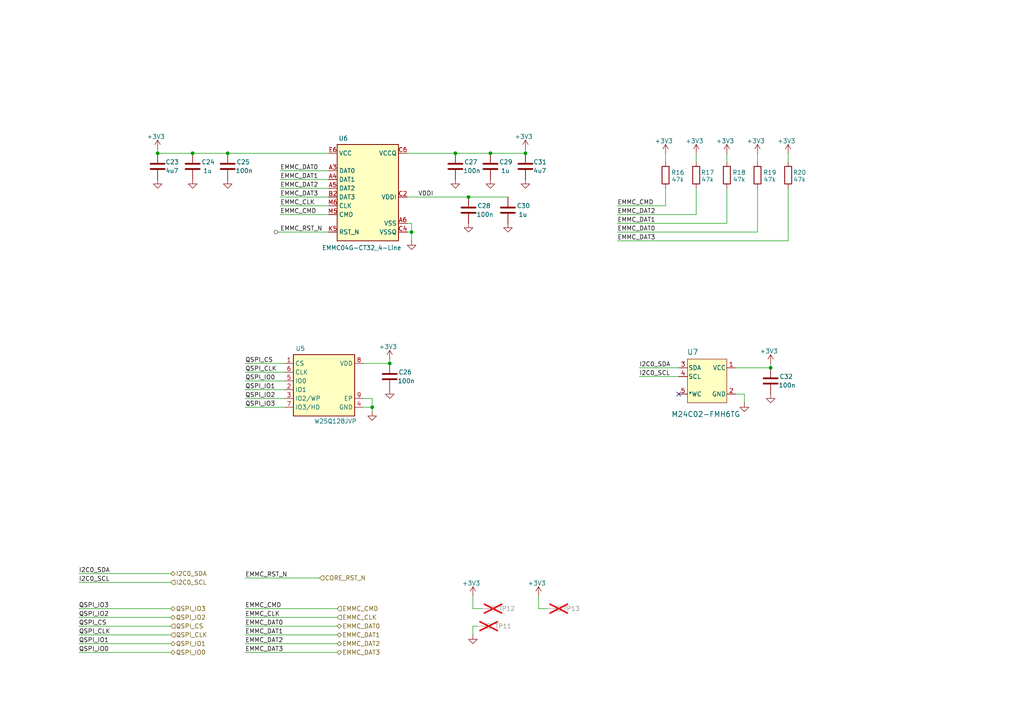
<source format=kicad_sch>
(kicad_sch (version 20250114) (generator "eeschema") (generator_version "9.0")
  (paper "A4")
  (lib_symbols
    (symbol "ADA_lib:M24C02-FMH6TG" (pin_names (offset 0.254))
      (property "Reference" "U" (at -3.81 8.89 0))
      (property "Value" "M24C02-FMH6TG" (at 0.762 -6.604 0))
      (symbol "M24C02-FMH6TG_0_1"
        (pin bidirectional line (at -7.62 5.08 0) (length 2.54) (name "SDA") (number "3"))
        (pin input line (at -7.62 2.54 0) (length 2.54) (name "SCL") (number "4"))
        (pin input line (at -7.62 -2.54 0) (length 2.54) (name "*WC") (number "5"))
        (pin power_in line (at 8.89 5.08 180) (length 2.54) (name "VCC") (number "1"))
      )
      (symbol "M24C02-FMH6TG_1_1"
        (rectangle (start -5.08 7.62) (end 6.35 -5.08) (fill (type background)))
        (pin power_out line (at 8.89 -2.54 180) (length 2.54) (name "GND") (number "2"))
      )
    )
    (symbol "ADA_lib:W25Q128JVP"
      (property "Reference" "U3" (at -7.112 11.43 0))
      (property "Value" "W25Q128JVP" (at -2.032 -9.398 0))
      (symbol "W25Q128JVP_0_1"
        (rectangle (start -7.62 10.16) (end 10.16 -7.62) (stroke (width 0.254)) (fill (type background)))
      )
      (symbol "W25Q128JVP_1_1"
        (pin input line (at -10.16 7.62 0) (length 2.54) (name "CS") (number "1"))
        (pin input line (at -10.16 5.08 0) (length 2.54) (name "CLK") (number "6"))
        (pin bidirectional line (at -10.16 2.54 0) (length 2.54) (name "IO0") (number "5"))
        (pin bidirectional line (at -10.16 0 0) (length 2.54) (name "IO1") (number "2"))
        (pin bidirectional line (at -10.16 -2.54 0) (length 2.54) (name "IO2/WP") (number "3"))
        (pin bidirectional line (at -10.16 -5.08 0) (length 2.54) (name "IO3/HD") (number "7"))
        (pin power_in line (at 12.7 7.62 180) (length 2.54) (name "VDD") (number "8"))
        (pin passive line (at 12.7 -2.54 180) (length 2.54) (name "EP") (number "9"))
        (pin power_in line (at 12.7 -5.08 180) (length 2.54) (name "GND") (number "4"))
      )
    )
    (symbol "Device:C" (pin_numbers (hide yes)) (pin_names (offset 0.254))
      (property "Reference" "C" (at 0.635 2.54 0))
      (property "Value" "C" (at 0.635 -2.54 0))
      (symbol "C_0_1"
        (polyline (pts (xy -2.032 0.762) (xy 2.032 0.762)) (stroke (width 0.508)))
        (polyline (pts (xy -2.032 -0.762) (xy 2.032 -0.762)) (stroke (width 0.508)))
      )
      (symbol "C_1_1"
        (pin passive line (at 0 3.81 270) (length 2.794) (name "~") (number "1"))
        (pin passive line (at 0 -3.81 90) (length 2.794) (name "~") (number "2"))
      )
    )
    (symbol "Device:R" (pin_numbers (hide yes)) (pin_names (offset 0))
      (property "Reference" "R" (at 2.032 0 90))
      (property "Value" "R" (at 0 0 90))
      (symbol "R_0_1"
        (rectangle (start -1.016 -2.54) (end 1.016 2.54) (stroke (width 0.254)))
      )
      (symbol "R_1_1"
        (pin passive line (at 0 3.81 270) (length 1.27) (name "~") (number "1"))
        (pin passive line (at 0 -3.81 90) (length 1.27) (name "~") (number "2"))
      )
    )
    (symbol "ModLib:+3V3" (power) (pin_numbers (hide yes)) (pin_names (offset 0) (hide yes))
      (property "Value" "+3V3" (at -0.508 3.556 0))
      (symbol "+3V3_0_1"
        (polyline (pts (xy -0.762 1.27) (xy 0 2.54)))
        (polyline (pts (xy 0 2.54) (xy 0.762 1.27)))
        (polyline (pts (xy 0 0) (xy 0 2.54)))
      )
      (symbol "+3V3_1_1"
        (pin power_in line (at 0 0 90) (length 0) (name "~") (number "1"))
      )
    )
    (symbol "ModLib:GND" (power) (pin_numbers (hide yes)) (pin_names (offset 0) (hide yes))
      (symbol "GND_0_1"
        (polyline (pts (xy 0 0) (xy 0 -1.27) (xy 1.27 -1.27) (xy 0 -2.54) (xy -1.27 -1.27) (xy 0 -1.27)))
      )
      (symbol "GND_1_1"
        (pin power_in line (at 0 0 270) (length 0) (name "~") (number "1"))
      )
    )
    (symbol "ModWorksSymbols:EMMC04G-CT32_4-Line"
      (property "Reference" "U" (at -7.874 16.002 0))
      (property "Value" "EMMC04G-CT32_4-Line" (at -10.414 -15.494 0))
      (symbol "EMMC04G-CT32_4-Line_1_0"
        (pin passive line (at -11.43 11.43 0) (length 2.54) (hide yes) (name "VCC") (number "F5"))
        (pin passive line (at -11.43 11.43 0) (length 2.54) (hide yes) (name "VCC") (number "J10"))
        (pin passive line (at -11.43 11.43 0) (length 2.54) (hide yes) (name "VCC") (number "K9"))
        (pin passive line (at 11.43 11.43 180) (length 2.54) (hide yes) (name "VCCQ") (number "M4"))
        (pin passive line (at 11.43 11.43 180) (length 2.54) (hide yes) (name "VCCQ") (number "N4"))
        (pin passive line (at 11.43 11.43 180) (length 2.54) (hide yes) (name "VCCQ") (number "P3"))
        (pin passive line (at 11.43 11.43 180) (length 2.54) (hide yes) (name "VCCQ") (number "P5"))
        (pin no_connect line (at 11.43 5.08 180) (length 2.54) (hide yes) (name "NC") (number "A7"))
        (pin passive line (at 11.43 -8.89 180) (length 2.54) (name "VSS") (number "A6"))
        (pin passive line (at 11.43 -8.89 180) (length 2.54) (hide yes) (name "VSS") (number "E7"))
        (pin passive line (at 11.43 -8.89 180) (length 2.54) (hide yes) (name "VSS") (number "G5"))
        (pin passive line (at 11.43 -8.89 180) (length 2.54) (hide yes) (name "VSS") (number "H10"))
        (pin passive line (at 11.43 -8.89 180) (length 2.54) (hide yes) (name "VSS") (number "J5"))
        (pin passive line (at 11.43 -8.89 180) (length 2.54) (hide yes) (name "VSS") (number "K8"))
        (pin passive line (at 11.43 -11.43 180) (length 2.54) (hide yes) (name "VSSQ") (number "N2"))
        (pin passive line (at 11.43 -11.43 180) (length 2.54) (hide yes) (name "VSSQ") (number "N5"))
        (pin passive line (at 11.43 -11.43 180) (length 2.54) (hide yes) (name "VSSQ") (number "P4"))
        (pin passive line (at 11.43 -11.43 180) (length 2.54) (hide yes) (name "VSSQ") (number "P6"))
      )
      (symbol "EMMC04G-CT32_4-Line_1_1"
        (rectangle (start -8.89 13.97) (end 8.89 -13.97) (stroke (width 0.254)) (fill (type background)))
        (pin passive line (at -11.43 11.43 0) (length 2.54) (name "VCC") (number "E6"))
        (pin passive line (at -11.43 6.35 0) (length 2.54) (name "DAT0") (number "A3"))
        (pin passive line (at -11.43 3.81 0) (length 2.54) (name "DAT1") (number "A4"))
        (pin passive line (at -11.43 1.27 0) (length 2.54) (name "DAT2") (number "A5"))
        (pin passive line (at -11.43 -1.27 0) (length 2.54) (name "DAT3") (number "B2"))
        (pin passive line (at -11.43 -3.81 0) (length 2.54) (name "CLK") (number "M6"))
        (pin passive line (at -11.43 -6.35 0) (length 2.54) (name "CMD") (number "M5"))
        (pin passive line (at -11.43 -11.43 0) (length 2.54) (name "RST_N") (number "K5"))
        (pin passive line (at 11.43 11.43 180) (length 2.54) (name "VCCQ") (number "C6"))
        (pin no_connect line (at 11.43 5.08 180) (length 2.54) (hide yes) (name "NC") (number "A10"))
        (pin no_connect line (at 11.43 5.08 180) (length 2.54) (hide yes) (name "NC") (number "A11"))
        (pin no_connect line (at 11.43 5.08 180) (length 2.54) (hide yes) (name "NC") (number "A12"))
        (pin no_connect line (at 11.43 5.08 180) (length 2.54) (hide yes) (name "NC") (number "A13"))
        (pin no_connect line (at 11.43 5.08 180) (length 2.54) (hide yes) (name "NC") (number "A14"))
        (pin no_connect line (at 11.43 5.08 180) (length 2.54) (hide yes) (name "NC") (number "A9"))
        (pin no_connect line (at 11.43 5.08 180) (length 2.54) (hide yes) (name "NC") (number "B10"))
        (pin no_connect line (at 11.43 5.08 180) (length 2.54) (hide yes) (name "NC") (number "B11"))
        (pin no_connect line (at 11.43 5.08 180) (length 2.54) (hide yes) (name "NC") (number "B12"))
        (pin no_connect line (at 11.43 5.08 180) (length 2.54) (hide yes) (name "NC") (number "B13"))
        (pin no_connect line (at 11.43 5.08 180) (length 2.54) (hide yes) (name "NC") (number "B14"))
        (pin no_connect line (at 11.43 5.08 180) (length 2.54) (hide yes) (name "NC") (number "B3"))
        (pin no_connect line (at 11.43 5.08 180) (length 2.54) (hide yes) (name "NC") (number "B4"))
        (pin no_connect line (at 11.43 5.08 180) (length 2.54) (hide yes) (name "NC") (number "B5"))
        (pin no_connect line (at 11.43 5.08 180) (length 2.54) (hide yes) (name "NC") (number "B6"))
        (pin no_connect line (at 11.43 5.08 180) (length 2.54) (hide yes) (name "NC") (number "B8"))
        (pin no_connect line (at 11.43 5.08 180) (length 2.54) (hide yes) (name "NC") (number "B9"))
        (pin no_connect line (at 11.43 5.08 180) (length 2.54) (hide yes) (name "NC") (number "C10"))
        (pin no_connect line (at 11.43 5.08 180) (length 2.54) (hide yes) (name "NC") (number "C11"))
        (pin no_connect line (at 11.43 5.08 180) (length 2.54) (hide yes) (name "NC") (number "C12"))
        (pin no_connect line (at 11.43 5.08 180) (length 2.54) (hide yes) (name "NC") (number "C13"))
        (pin no_connect line (at 11.43 5.08 180) (length 2.54) (hide yes) (name "NC") (number "C14"))
        (pin no_connect line (at 11.43 5.08 180) (length 2.54) (hide yes) (name "NC") (number "C3"))
        (pin no_connect line (at 11.43 5.08 180) (length 2.54) (hide yes) (name "NC") (number "C5"))
        (pin no_connect line (at 11.43 5.08 180) (length 2.54) (hide yes) (name "NC") (number "C7"))
        (pin no_connect line (at 11.43 5.08 180) (length 2.54) (hide yes) (name "NC") (number "C8"))
        (pin no_connect line (at 11.43 5.08 180) (length 2.54) (hide yes) (name "NC") (number "C9"))
        (pin no_connect line (at 11.43 5.08 180) (length 2.54) (hide yes) (name "NC") (number "D1"))
        (pin no_connect line (at 11.43 5.08 180) (length 2.54) (hide yes) (name "NC") (number "D12"))
        (pin no_connect line (at 11.43 5.08 180) (length 2.54) (hide yes) (name "NC") (number "D13"))
        (pin no_connect line (at 11.43 5.08 180) (length 2.54) (hide yes) (name "NC") (number "D14"))
        (pin no_connect line (at 11.43 5.08 180) (length 2.54) (hide yes) (name "NC") (number "D2"))
        (pin no_connect line (at 11.43 5.08 180) (length 2.54) (hide yes) (name "NC") (number "D3"))
        (pin no_connect line (at 11.43 5.08 180) (length 2.54) (hide yes) (name "NC") (number "D4"))
        (pin no_connect line (at 11.43 5.08 180) (length 2.54) (hide yes) (name "NC") (number "E1"))
        (pin no_connect line (at 11.43 5.08 180) (length 2.54) (hide yes) (name "NC") (number "E10"))
        (pin no_connect line (at 11.43 5.08 180) (length 2.54) (hide yes) (name "NC") (number "E12"))
        (pin no_connect line (at 11.43 5.08 180) (length 2.54) (hide yes) (name "NC") (number "E13"))
        (pin no_connect line (at 11.43 5.08 180) (length 2.54) (hide yes) (name "NC") (number "E14"))
        (pin no_connect line (at 11.43 5.08 180) (length 2.54) (hide yes) (name "NC") (number "E2"))
        (pin no_connect line (at 11.43 5.08 180) (length 2.54) (hide yes) (name "NC") (number "E3"))
        (pin no_connect line (at 11.43 5.08 180) (length 2.54) (hide yes) (name "NC") (number "E5"))
        (pin no_connect line (at 11.43 5.08 180) (length 2.54) (hide yes) (name "NC") (number "E8"))
        (pin no_connect line (at 11.43 5.08 180) (length 2.54) (hide yes) (name "NC") (number "E9"))
        (pin no_connect line (at 11.43 5.08 180) (length 2.54) (hide yes) (name "NC") (number "F1"))
        (pin no_connect line (at 11.43 5.08 180) (length 2.54) (hide yes) (name "NC") (number "F10"))
        (pin no_connect line (at 11.43 5.08 180) (length 2.54) (hide yes) (name "NC") (number "F12"))
        (pin no_connect line (at 11.43 5.08 180) (length 2.54) (hide yes) (name "NC") (number "F13"))
        (pin no_connect line (at 11.43 5.08 180) (length 2.54) (hide yes) (name "NC") (number "F14"))
        (pin no_connect line (at 11.43 5.08 180) (length 2.54) (hide yes) (name "NC") (number "F2"))
        (pin no_connect line (at 11.43 5.08 180) (length 2.54) (hide yes) (name "NC") (number "F3"))
        (pin no_connect line (at 11.43 5.08 180) (length 2.54) (hide yes) (name "NC") (number "G1"))
        (pin no_connect line (at 11.43 5.08 180) (length 2.54) (hide yes) (name "NC") (number "G10"))
        (pin no_connect line (at 11.43 5.08 180) (length 2.54) (hide yes) (name "NC") (number "G12"))
        (pin no_connect line (at 11.43 5.08 180) (length 2.54) (hide yes) (name "NC") (number "G13"))
        (pin no_connect line (at 11.43 5.08 180) (length 2.54) (hide yes) (name "NC") (number "G14"))
        (pin no_connect line (at 11.43 5.08 180) (length 2.54) (hide yes) (name "NC") (number "G2"))
        (pin no_connect line (at 11.43 5.08 180) (length 2.54) (hide yes) (name "NC") (number "G3"))
        (pin no_connect line (at 11.43 5.08 180) (length 2.54) (hide yes) (name "NC") (number "H1"))
        (pin no_connect line (at 11.43 5.08 180) (length 2.54) (hide yes) (name "NC") (number "H12"))
        (pin no_connect line (at 11.43 5.08 180) (length 2.54) (hide yes) (name "NC") (number "H13"))
        (pin no_connect line (at 11.43 5.08 180) (length 2.54) (hide yes) (name "NC") (number "H14"))
        (pin no_connect line (at 11.43 5.08 180) (length 2.54) (hide yes) (name "NC") (number "H2"))
        (pin no_connect line (at 11.43 5.08 180) (length 2.54) (hide yes) (name "NC") (number "H3"))
        (pin no_connect line (at 11.43 5.08 180) (length 2.54) (hide yes) (name "NC") (number "H5"))
        (pin no_connect line (at 11.43 5.08 180) (length 2.54) (hide yes) (name "NC") (number "J12"))
        (pin no_connect line (at 11.43 5.08 180) (length 2.54) (hide yes) (name "NC") (number "J13"))
        (pin no_connect line (at 11.43 5.08 180) (length 2.54) (hide yes) (name "NC") (number "J14"))
        (pin no_connect line (at 11.43 5.08 180) (length 2.54) (hide yes) (name "NC") (number "K10"))
        (pin no_connect line (at 11.43 5.08 180) (length 2.54) (hide yes) (name "NC") (number "K12"))
        (pin no_connect line (at 11.43 5.08 180) (length 2.54) (hide yes) (name "NC") (number "K13"))
        (pin no_connect line (at 11.43 5.08 180) (length 2.54) (hide yes) (name "NC") (number "K14"))
        (pin no_connect line (at 11.43 5.08 180) (length 2.54) (hide yes) (name "NC") (number "K6"))
        (pin no_connect line (at 11.43 5.08 180) (length 2.54) (hide yes) (name "NC") (number "K7"))
        (pin no_connect line (at 11.43 5.08 180) (length 2.54) (hide yes) (name "NC") (number "L12"))
        (pin no_connect line (at 11.43 5.08 180) (length 2.54) (hide yes) (name "NC") (number "L13"))
        (pin no_connect line (at 11.43 5.08 180) (length 2.54) (hide yes) (name "NC") (number "L14"))
        (pin no_connect line (at 11.43 5.08 180) (length 2.54) (hide yes) (name "NC") (number "M1"))
        (pin no_connect line (at 11.43 5.08 180) (length 2.54) (hide yes) (name "NC") (number "M10"))
        (pin no_connect line (at 11.43 5.08 180) (length 2.54) (hide yes) (name "NC") (number "M11"))
        (pin no_connect line (at 11.43 5.08 180) (length 2.54) (hide yes) (name "NC") (number "M12"))
        (pin no_connect line (at 11.43 5.08 180) (length 2.54) (hide yes) (name "NC") (number "M13"))
        (pin no_connect line (at 11.43 5.08 180) (length 2.54) (hide yes) (name "NC") (number "M14"))
        (pin no_connect line (at 11.43 5.08 180) (length 2.54) (hide yes) (name "NC") (number "M2"))
        (pin no_connect line (at 11.43 5.08 180) (length 2.54) (hide yes) (name "NC") (number "M3"))
        (pin no_connect line (at 11.43 5.08 180) (length 2.54) (hide yes) (name "NC") (number "M7"))
        (pin no_connect line (at 11.43 5.08 180) (length 2.54) (hide yes) (name "NC") (number "M8"))
        (pin no_connect line (at 11.43 5.08 180) (length 2.54) (hide yes) (name "NC") (number "M9"))
        (pin no_connect line (at 11.43 5.08 180) (length 2.54) (hide yes) (name "NC") (number "N1"))
        (pin no_connect line (at 11.43 5.08 180) (length 2.54) (hide yes) (name "NC") (number "N10"))
        (pin no_connect line (at 11.43 5.08 180) (length 2.54) (hide yes) (name "NC") (number "N11"))
        (pin no_connect line (at 11.43 5.08 180) (length 2.54) (hide yes) (name "NC") (number "N12"))
        (pin no_connect line (at 11.43 5.08 180) (length 2.54) (hide yes) (name "NC") (number "N13"))
        (pin no_connect line (at 11.43 5.08 180) (length 2.54) (hide yes) (name "NC") (number "N14"))
        (pin no_connect line (at 11.43 5.08 180) (length 2.54) (hide yes) (name "NC") (number "N3"))
        (pin no_connect line (at 11.43 5.08 180) (length 2.54) (hide yes) (name "NC") (number "N6"))
        (pin no_connect line (at 11.43 5.08 180) (length 2.54) (hide yes) (name "NC") (number "N7"))
        (pin no_connect line (at 11.43 5.08 180) (length 2.54) (hide yes) (name "NC") (number "N8"))
        (pin no_connect line (at 11.43 5.08 180) (length 2.54) (hide yes) (name "NC") (number "N9"))
        (pin no_connect line (at 11.43 5.08 180) (length 2.54) (hide yes) (name "NC") (number "P10"))
        (pin no_connect line (at 11.43 5.08 180) (length 2.54) (hide yes) (name "NC") (number "P11"))
        (pin no_connect line (at 11.43 5.08 180) (length 2.54) (hide yes) (name "NC") (number "P12"))
        (pin no_connect line (at 11.43 5.08 180) (length 2.54) (hide yes) (name "NC") (number "P13"))
        (pin no_connect line (at 11.43 5.08 180) (length 2.54) (hide yes) (name "NC") (number "P14"))
        (pin no_connect line (at 11.43 5.08 180) (length 2.54) (hide yes) (name "NC") (number "P2"))
        (pin no_connect line (at 11.43 5.08 180) (length 2.54) (hide yes) (name "NC") (number "P7"))
        (pin no_connect line (at 11.43 5.08 180) (length 2.54) (hide yes) (name "NC") (number "P8"))
        (pin no_connect line (at 11.43 5.08 180) (length 2.54) (hide yes) (name "NC") (number "P9"))
        (pin passive line (at 11.43 -1.27 180) (length 2.54) (name "VDDI") (number "C2"))
        (pin passive line (at 11.43 -11.43 180) (length 2.54) (name "VSSQ") (number "C4"))
      )
    )
    (symbol "ModWorksSymbols:TestPointPad" (pin_numbers (hide yes)) (pin_names (offset 0.762) (hide yes))
      (property "Reference" "TP" (at 0 6.858 0))
      (property "Value" "TestPointPad" (at 0 5.08 0))
      (symbol "TestPointPad_0_1"
        (circle (center 0 3.302) (radius 0.762))
      )
      (symbol "TestPointPad_1_1"
        (pin passive line (at 0 0 90) (length 2.54) (name "1") (number "1"))
      )
    )
  )
  (junction (at 132.08 44.45))
  (junction (at 113.03 105.41))
  (junction (at 66.04 44.45))
  (junction (at 135.89 57.15))
  (junction (at 152.4 44.45))
  (junction (at 45.72 44.45))
  (junction (at 223.52 106.68))
  (junction (at 107.95 118.11))
  (junction (at 55.88 44.45))
  (junction (at 142.24 44.45))
  (junction (at 119.38 67.31))
  (no_connect (at 196.85 114.3))
  (wire (pts (xy 215.9 114.3) (xy 215.9 116.84)))
  (wire (pts (xy 152.4 44.45) (xy 142.24 44.45)))
  (wire (pts (xy 119.38 69.85) (xy 119.38 67.31)))
  (wire (pts (xy 137.16 181.61) (xy 138.43 181.61)))
  (wire (pts (xy 219.71 44.45) (xy 219.71 46.99)))
  (wire (pts (xy 152.4 43.18) (xy 152.4 44.45)))
  (wire (pts (xy 107.95 118.11) (xy 107.95 119.38)))
  (wire (pts (xy 179.07 62.23) (xy 201.93 62.23)))
  (wire (pts (xy 113.03 104.14) (xy 113.03 105.41)))
  (wire (pts (xy 118.11 44.45) (xy 132.08 44.45)))
  (wire (pts (xy 66.04 44.45) (xy 95.25 44.45)))
  (wire (pts (xy 213.36 114.3) (xy 215.9 114.3)))
  (wire (pts (xy 45.72 43.18) (xy 45.72 44.45)))
  (wire (pts (xy 137.16 172.72) (xy 137.16 176.53)))
  (wire (pts (xy 49.53 166.37) (xy 22.86 166.37)))
  (wire (pts (xy 81.28 49.53) (xy 95.25 49.53)))
  (wire (pts (xy 81.28 62.23) (xy 95.25 62.23)))
  (wire (pts (xy 119.38 64.77) (xy 119.38 67.31)))
  (wire (pts (xy 49.53 189.23) (xy 22.86 189.23)))
  (wire (pts (xy 193.04 44.45) (xy 193.04 46.99)))
  (wire (pts (xy 97.79 179.07) (xy 71.12 179.07)))
  (wire (pts (xy 49.53 186.69) (xy 22.86 186.69)))
  (wire (pts (xy 179.07 59.69) (xy 193.04 59.69)))
  (wire (pts (xy 71.12 105.41) (xy 82.55 105.41)))
  (wire (pts (xy 97.79 186.69) (xy 71.12 186.69)))
  (wire (pts (xy 201.93 54.61) (xy 201.93 62.23)))
  (wire (pts (xy 81.28 59.69) (xy 95.25 59.69)))
  (wire (pts (xy 97.79 189.23) (xy 71.12 189.23)))
  (wire (pts (xy 193.04 59.69) (xy 193.04 54.61)))
  (wire (pts (xy 179.07 64.77) (xy 210.82 64.77)))
  (wire (pts (xy 71.12 118.11) (xy 82.55 118.11)))
  (wire (pts (xy 49.53 168.91) (xy 22.86 168.91)))
  (wire (pts (xy 97.79 184.15) (xy 71.12 184.15)))
  (wire (pts (xy 228.6 54.61) (xy 228.6 69.85)))
  (wire (pts (xy 156.21 176.53) (xy 158.75 176.53)))
  (wire (pts (xy 71.12 113.03) (xy 82.55 113.03)))
  (wire (pts (xy 213.36 106.68) (xy 223.52 106.68)))
  (wire (pts (xy 81.28 54.61) (xy 95.25 54.61)))
  (wire (pts (xy 179.07 67.31) (xy 219.71 67.31)))
  (wire (pts (xy 107.95 115.57) (xy 107.95 118.11)))
  (wire (pts (xy 55.88 44.45) (xy 66.04 44.45)))
  (wire (pts (xy 97.79 176.53) (xy 71.12 176.53)))
  (wire (pts (xy 201.93 44.45) (xy 201.93 46.99)))
  (wire (pts (xy 137.16 176.53) (xy 139.7 176.53)))
  (wire (pts (xy 210.82 44.45) (xy 210.82 46.99)))
  (wire (pts (xy 105.41 115.57) (xy 107.95 115.57)))
  (wire (pts (xy 49.53 176.53) (xy 22.86 176.53)))
  (wire (pts (xy 49.53 179.07) (xy 22.86 179.07)))
  (wire (pts (xy 71.12 110.49) (xy 82.55 110.49)))
  (wire (pts (xy 97.79 181.61) (xy 71.12 181.61)))
  (wire (pts (xy 81.28 52.07) (xy 95.25 52.07)))
  (wire (pts (xy 118.11 57.15) (xy 135.89 57.15)))
  (wire (pts (xy 45.72 44.45) (xy 55.88 44.45)))
  (wire (pts (xy 119.38 67.31) (xy 118.11 67.31)))
  (wire (pts (xy 71.12 167.64) (xy 92.71 167.64)))
  (wire (pts (xy 118.11 64.77) (xy 119.38 64.77)))
  (wire (pts (xy 223.52 105.41) (xy 223.52 106.68)))
  (wire (pts (xy 219.71 54.61) (xy 219.71 67.31)))
  (wire (pts (xy 156.21 172.72) (xy 156.21 176.53)))
  (wire (pts (xy 210.82 54.61) (xy 210.82 64.77)))
  (wire (pts (xy 137.16 184.15) (xy 137.16 181.61)))
  (wire (pts (xy 228.6 44.45) (xy 228.6 46.99)))
  (wire (pts (xy 185.42 106.68) (xy 196.85 106.68)))
  (wire (pts (xy 81.28 57.15) (xy 95.25 57.15)))
  (wire (pts (xy 105.41 118.11) (xy 107.95 118.11)))
  (wire (pts (xy 179.07 69.85) (xy 228.6 69.85)))
  (wire (pts (xy 71.12 107.95) (xy 82.55 107.95)))
  (wire (pts (xy 113.03 105.41) (xy 105.41 105.41)))
  (wire (pts (xy 49.53 184.15) (xy 22.86 184.15)))
  (wire (pts (xy 49.53 181.61) (xy 22.86 181.61)))
  (wire (pts (xy 142.24 44.45) (xy 132.08 44.45)))
  (wire (pts (xy 135.89 57.15) (xy 147.32 57.15)))
  (wire (pts (xy 95.25 67.31) (xy 81.28 67.31)))
  (wire (pts (xy 185.42 109.22) (xy 196.85 109.22)))
  (wire (pts (xy 71.12 115.57) (xy 82.55 115.57)))
  (label "I2C0_SDA" (at 185.42 106.68 0))
  (label "EMMC_CLK" (at 71.12 179.07 0))
  (label "I2C0_SCL" (at 22.86 168.91 0))
  (label "EMMC_RST_N" (at 71.12 167.64 0))
  (label "EMMC_CLK" (at 81.28 59.69 0))
  (label "I2C0_SCL" (at 185.42 109.22 0))
  (label "QSPI_IO3" (at 71.12 118.11 0))
  (label "QSPI_IO0" (at 71.12 110.49 0))
  (label "I2C0_SDA" (at 22.86 166.37 0))
  (label "VDDI" (at 125.73 57.15 180))
  (label "QSPI_IO3" (at 22.86 176.53 0))
  (label "EMMC_DAT1" (at 71.12 184.15 0))
  (label "EMMC_DAT3" (at 81.28 57.15 0))
  (label "QSPI_CS" (at 71.12 105.41 0))
  (label "EMMC_DAT3" (at 71.12 189.23 0))
  (label "EMMC_DAT0" (at 71.12 181.61 0))
  (label "EMMC_CMD" (at 179.07 59.69 0))
  (label "QSPI_IO1" (at 71.12 113.03 0))
  (label "EMMC_DAT3" (at 179.07 69.85 0))
  (label "QSPI_IO0" (at 22.86 189.23 0))
  (label "QSPI_IO1" (at 22.86 186.69 0))
  (label "EMMC_DAT2" (at 179.07 62.23 0))
  (label "EMMC_DAT1" (at 179.07 64.77 0))
  (label "EMMC_DAT2" (at 71.12 186.69 0))
  (label "EMMC_RST_N" (at 81.28 67.31 0))
  (label "EMMC_DAT1" (at 81.28 52.07 0))
  (label "EMMC_CMD" (at 81.28 62.23 0))
  (label "EMMC_DAT0" (at 179.07 67.31 0))
  (label "EMMC_DAT0" (at 81.28 49.53 0))
  (label "QSPI_CLK" (at 22.86 184.15 0))
  (label "EMMC_DAT2" (at 81.28 54.61 0))
  (label "QSPI_IO2" (at 71.12 115.57 0))
  (label "QSPI_IO2" (at 22.86 179.07 0))
  (label "QSPI_CLK" (at 71.12 107.95 0))
  (label "EMMC_CMD" (at 71.12 176.53 0))
  (label "QSPI_CS" (at 22.86 181.61 0))
  (hierarchical_label "QSPI_IO1" (shape bidirectional) (at 49.53 186.69 0))
  (hierarchical_label "I2C0_SCL" (shape input) (at 49.53 168.91 0))
  (hierarchical_label "CORE_RST_N" (shape input) (at 92.71 167.64 0))
  (hierarchical_label "EMMC_CLK" (shape input) (at 97.79 179.07 0))
  (hierarchical_label "QSPI_CS" (shape input) (at 49.53 181.61 0))
  (hierarchical_label "QSPI_CLK" (shape input) (at 49.53 184.15 0))
  (hierarchical_label "QSPI_IO3" (shape bidirectional) (at 49.53 176.53 0))
  (hierarchical_label "I2C0_SDA" (shape bidirectional) (at 49.53 166.37 0))
  (hierarchical_label "EMMC_DAT1" (shape bidirectional) (at 97.79 184.15 0))
  (hierarchical_label "EMMC_DAT0" (shape bidirectional) (at 97.79 181.61 0))
  (hierarchical_label "EMMC_CMD" (shape input) (at 97.79 176.53 0))
  (hierarchical_label "QSPI_IO2" (shape bidirectional) (at 49.53 179.07 0))
  (hierarchical_label "EMMC_DAT3" (shape bidirectional) (at 97.79 189.23 0))
  (hierarchical_label "QSPI_IO0" (shape bidirectional) (at 49.53 189.23 0))
  (hierarchical_label "EMMC_DAT2" (shape bidirectional) (at 97.79 186.69 0))
  (netclass_flag "" (length 1.27) (shape round) (at 81.28 67.31 90) (property "Netclass" "Control" (effects (hide yes))))
  (symbol (lib_id "Device:C") (at 132.08 48.26 0) (unit 1)
    (property "Reference" "C27" (at 134.62 46.99 0) (effects (justify left)))
    (property "Value" "100n" (at 134.366 49.53 0) (effects (justify left)))
    (property "Footprint" "ModWorksFootprints:C_0402_100n_MW" (effects (hide yes)))
    (property "Description" "Unpolarized capacitor" (effects (hide yes)))
  )
  (symbol (lib_id "ModWorksSymbols:TestPointPad") (at 138.43 181.61 270) (unit 1) (in_bom no) (dnp yes)
    (property "Reference" "TP11" (at 143.51 181.61 90) (effects (justify left)))
    (property "Value" "TestPointPad" (effects (hide yes)))
    (property "Footprint" "ModWorksFootprints:TestPoint_Pad_D0.8mm_MW" (effects (hide yes)))
    (property "Description" "test point" (effects (hide yes)))
  )
  (symbol (lib_id "ModWorksSymbols:TestPointPad") (at 158.75 176.53 270) (unit 1) (in_bom no) (dnp yes)
    (property "Reference" "TP13" (at 163.322 176.53 90) (effects (justify left)))
    (property "Value" "TestPointPad" (effects (hide yes)))
    (property "Footprint" "ModWorksFootprints:TestPoint_Pad_D0.6mm_MW" (effects (hide yes)))
    (property "Description" "test point" (effects (hide yes)))
  )
  (symbol (lib_id "ModLib:+3V3") (at 156.21 172.72 0) (mirror y) (unit 1)
    (property "Reference" "#PWR067" (effects (hide yes)))
    (property "Value" "+3V3" (at 155.702 169.164 0))
    (property "Description" "Power symbol creates a global label with name \"+3V3\"" (effects (hide yes)))
  )
  (symbol (lib_id "ModLib:+3V3") (at 193.04 44.45 0) (unit 1)
    (property "Reference" "#PWR068" (effects (hide yes)))
    (property "Value" "+3V3" (at 192.532 40.894 0))
    (property "Description" "Power symbol creates a global label with name \"+3V3\"" (effects (hide yes)))
  )
  (symbol (lib_id "ModLib:GND") (at 152.4 52.07 0) (mirror y) (unit 1)
    (property "Reference" "#PWR066" (effects (hide yes)))
    (property "Value" "GND" (effects (hide yes)))
    (property "Description" "Power symbol creates a global label with name \"GND\" , ground" (effects (hide yes)))
  )
  (symbol (lib_id "ModLib:+3V3") (at 201.93 44.45 0) (unit 1)
    (property "Reference" "#PWR069" (effects (hide yes)))
    (property "Value" "+3V3" (at 201.422 40.894 0))
    (property "Description" "Power symbol creates a global label with name \"+3V3\"" (effects (hide yes)))
  )
  (symbol (lib_id "ModLib:GND") (at 66.04 52.07 0) (unit 1)
    (property "Reference" "#PWR054" (effects (hide yes)))
    (property "Value" "GND" (effects (hide yes)))
    (property "Description" "Power symbol creates a global label with name \"GND\" , ground" (effects (hide yes)))
  )
  (symbol (lib_id "ModLib:+3V3") (at 137.16 172.72 0) (mirror y) (unit 1)
    (property "Reference" "#PWR061" (effects (hide yes)))
    (property "Value" "+3V3" (at 136.652 169.164 0))
    (property "Description" "Power symbol creates a global label with name \"+3V3\"" (effects (hide yes)))
  )
  (symbol (lib_id "ModLib:GND") (at 147.32 64.77 0) (mirror y) (unit 1)
    (property "Reference" "#PWR064" (effects (hide yes)))
    (property "Value" "GND" (effects (hide yes)))
    (property "Description" "Power symbol creates a global label with name \"GND\" , ground" (effects (hide yes)))
  )
  (symbol (lib_id "ModLib:+3V3") (at 45.72 43.18 0) (unit 1)
    (property "Reference" "#PWR051" (effects (hide yes)))
    (property "Value" "+3V3" (at 45.212 39.624 0))
    (property "Description" "Power symbol creates a global label with name \"+3V3\"" (effects (hide yes)))
  )
  (symbol (lib_id "Device:C") (at 142.24 48.26 0) (unit 1)
    (property "Reference" "C29" (at 144.78 46.99 0) (effects (justify left)))
    (property "Value" "1u" (at 145.288 49.53 0) (effects (justify left)))
    (property "Footprint" "ModWorksFootprints:C_0402_1u_MW" (effects (hide yes)))
    (property "Description" "Unpolarized capacitor" (effects (hide yes)))
  )
  (symbol (lib_id "ModLib:GND") (at 215.9 116.84 0) (unit 1)
    (property "Reference" "#PWR071" (effects (hide yes)))
    (property "Value" "GND" (effects (hide yes)))
    (property "Description" "Power symbol creates a global label with name \"GND\" , ground" (effects (hide yes)))
  )
  (symbol (lib_id "ModLib:+3V3") (at 223.52 105.41 0) (unit 1)
    (property "Reference" "#PWR073" (effects (hide yes)))
    (property "Value" "+3V3" (at 223.012 101.854 0))
    (property "Description" "Power symbol creates a global label with name \"+3V3\"" (effects (hide yes)))
  )
  (symbol (lib_id "ModLib:GND") (at 119.38 69.85 0) (unit 1)
    (property "Reference" "#PWR058" (effects (hide yes)))
    (property "Value" "GND" (effects (hide yes)))
    (property "Description" "Power symbol creates a global label with name \"GND\" , ground" (effects (hide yes)))
  )
  (symbol (lib_id "ADA_lib:M24C02-FMH6TG") (at 204.47 111.76 0) (unit 1)
    (property "Reference" "U7" (at 200.914 102.108 0) (effects (font (size 1.524 1.524))))
    (property "Value" "M24C02-FMH6TG" (at 204.724 120.142 0) (effects (font (size 1.524 1.524))))
    (property "Footprint" "ADA_footprint_lib:M24C32FMH6TG" (effects (hide yes)))
    (property "Datasheet" "https://www.st.com/resource/en/datasheet/m24c01-w.pdf" (effects (hide yes)))
  )
  (symbol (lib_id "Device:C") (at 147.32 60.96 0) (unit 1)
    (property "Reference" "C30" (at 149.86 59.69 0) (effects (justify left)))
    (property "Value" "1u" (at 150.368 62.23 0) (effects (justify left)))
    (property "Footprint" "ModWorksFootprints:C_0402_1u_MW" (effects (hide yes)))
    (property "Description" "Unpolarized capacitor" (effects (hide yes)))
  )
  (symbol (lib_id "ModLib:GND") (at 113.03 113.03 0) (unit 1)
    (property "Reference" "#PWR057" (effects (hide yes)))
    (property "Value" "GND" (effects (hide yes)))
    (property "Description" "Power symbol creates a global label with name \"GND\" , ground" (effects (hide yes)))
  )
  (symbol (lib_id "Device:R") (at 228.6 50.8 180) (unit 1)
    (property "Reference" "R20" (at 231.902 50.038 0))
    (property "Value" "47k" (at 231.902 52.07 0))
    (property "Footprint" "ModWorksFootprints:R_0402_1005Metric_MW" (effects (hide yes)))
    (property "Description" "Resistor" (effects (hide yes)))
  )
  (symbol (lib_id "ModWorksSymbols:TestPointPad") (at 139.7 176.53 270) (unit 1) (in_bom no) (dnp yes)
    (property "Reference" "TP12" (at 144.526 176.53 90) (effects (justify left)))
    (property "Value" "TestPointPad" (effects (hide yes)))
    (property "Footprint" "ModWorksFootprints:TestPoint_Pad_D0.8mm_MW" (effects (hide yes)))
    (property "Description" "test point" (effects (hide yes)))
  )
  (symbol (lib_id "ModLib:+3V3") (at 219.71 44.45 0) (unit 1)
    (property "Reference" "#PWR072" (effects (hide yes)))
    (property "Value" "+3V3" (at 219.202 40.894 0))
    (property "Description" "Power symbol creates a global label with name \"+3V3\"" (effects (hide yes)))
  )
  (symbol (lib_id "ADA_lib:W25Q128JVP") (at 92.71 113.03 0) (unit 1)
    (property "Reference" "U5" (at 87.122 101.092 0))
    (property "Value" "W25Q128JVP" (at 97.282 122.174 0))
    (property "Footprint" "ModWorksFootprints:W25Q-WSON-8" (effects (hide yes)))
    (property "Datasheet" "https://www.winbond.com/resource-files/w25q128jv_dtr%20revc%2003272018%20plus.pdf" (effects (hide yes)))
    (property "Description" "128Mbit / 16MiB Serial Flash Memory, Standard/Dual/Quad SPI, 2.7-3.6V, WSON-8" (effects (hide yes)))
  )
  (symbol (lib_id "Device:R") (at 201.93 50.8 180) (unit 1)
    (property "Reference" "R17" (at 205.232 50.038 0))
    (property "Value" "47k" (at 205.232 52.07 0))
    (property "Footprint" "ModWorksFootprints:R_0402_1005Metric_MW" (effects (hide yes)))
    (property "Description" "Resistor" (effects (hide yes)))
  )
  (symbol (lib_id "Device:C") (at 113.03 109.22 0) (unit 1)
    (property "Reference" "C26" (at 115.57 107.95 0) (effects (justify left)))
    (property "Value" "100n" (at 115.316 110.49 0) (effects (justify left)))
    (property "Footprint" "ModWorksFootprints:C_0402_100n_MW" (effects (hide yes)))
    (property "Description" "Unpolarized capacitor" (effects (hide yes)))
  )
  (symbol (lib_id "ModWorksSymbols:EMMC04G-CT32_4-Line") (at 106.68 55.88 0) (unit 1)
    (property "Reference" "U6" (at 99.568 40.132 0))
    (property "Value" "EMMC04G-CT32_4-Line" (at 104.902 71.882 0))
    (property "Footprint" "ModWorksFootprints:EMMC04G-CT32_4-Line" (effects (hide yes)))
    (property "Datasheet" "https://mm.digikey.com/Volume0/opasdata/d220001/medias/docus/7206/EMMC04G-CT32-02DB0.pdf" (effects (hide yes)))
    (property "Description" "EMMC04G-CT32-02DB0" (effects (hide yes)))
    (property "Manufacturer_Name" "Kingston Technology" (effects (hide yes)))
  )
  (symbol (lib_id "ModLib:GND") (at 137.16 184.15 0) (unit 1)
    (property "Reference" "#PWR062" (effects (hide yes)))
    (property "Value" "GND" (effects (hide yes)))
    (property "Description" "Power symbol creates a global label with name \"GND\" , ground" (effects (hide yes)))
  )
  (symbol (lib_id "Device:C") (at 223.52 110.49 0) (unit 1)
    (property "Reference" "C32" (at 226.06 109.22 0) (effects (justify left)))
    (property "Value" "100n" (at 225.806 111.76 0) (effects (justify left)))
    (property "Footprint" "ModWorksFootprints:C_0402_100n_MW" (effects (hide yes)))
    (property "Description" "Unpolarized capacitor" (effects (hide yes)))
  )
  (symbol (lib_id "ModLib:+3V3") (at 210.82 44.45 0) (unit 1)
    (property "Reference" "#PWR070" (effects (hide yes)))
    (property "Value" "+3V3" (at 210.312 40.894 0))
    (property "Description" "Power symbol creates a global label with name \"+3V3\"" (effects (hide yes)))
  )
  (symbol (lib_id "Device:C") (at 55.88 48.26 0) (unit 1)
    (property "Reference" "C24" (at 58.42 46.99 0) (effects (justify left)))
    (property "Value" "1u" (at 58.928 49.53 0) (effects (justify left)))
    (property "Footprint" "ModWorksFootprints:C_0402_1u_MW" (effects (hide yes)))
    (property "Description" "Unpolarized capacitor" (effects (hide yes)))
  )
  (symbol (lib_id "ModLib:GND") (at 45.72 52.07 0) (unit 1)
    (property "Reference" "#PWR052" (effects (hide yes)))
    (property "Value" "GND" (effects (hide yes)))
    (property "Description" "Power symbol creates a global label with name \"GND\" , ground" (effects (hide yes)))
  )
  (symbol (lib_id "ModLib:GND") (at 55.88 52.07 0) (unit 1)
    (property "Reference" "#PWR053" (effects (hide yes)))
    (property "Value" "GND" (effects (hide yes)))
    (property "Description" "Power symbol creates a global label with name \"GND\" , ground" (effects (hide yes)))
  )
  (symbol (lib_id "ModLib:GND") (at 142.24 52.07 0) (mirror y) (unit 1)
    (property "Reference" "#PWR063" (effects (hide yes)))
    (property "Value" "GND" (effects (hide yes)))
    (property "Description" "Power symbol creates a global label with name \"GND\" , ground" (effects (hide yes)))
  )
  (symbol (lib_id "Device:R") (at 210.82 50.8 180) (unit 1)
    (property "Reference" "R18" (at 214.376 50.038 0))
    (property "Value" "47k" (at 214.376 52.07 0))
    (property "Footprint" "ModWorksFootprints:R_0402_1005Metric_MW" (effects (hide yes)))
    (property "Description" "Resistor" (effects (hide yes)))
  )
  (symbol (lib_id "ModLib:GND") (at 135.89 64.77 0) (mirror y) (unit 1)
    (property "Reference" "#PWR060" (effects (hide yes)))
    (property "Value" "GND" (effects (hide yes)))
    (property "Description" "Power symbol creates a global label with name \"GND\" , ground" (effects (hide yes)))
  )
  (symbol (lib_id "Device:C") (at 135.89 60.96 0) (unit 1)
    (property "Reference" "C28" (at 138.43 59.69 0) (effects (justify left)))
    (property "Value" "100n" (at 138.176 62.23 0) (effects (justify left)))
    (property "Footprint" "ModWorksFootprints:C_0402_100n_MW" (effects (hide yes)))
    (property "Description" "Unpolarized capacitor" (effects (hide yes)))
  )
  (symbol (lib_id "ModLib:+3V3") (at 228.6 44.45 0) (unit 1)
    (property "Reference" "#PWR075" (effects (hide yes)))
    (property "Value" "+3V3" (at 228.092 40.894 0))
    (property "Description" "Power symbol creates a global label with name \"+3V3\"" (effects (hide yes)))
  )
  (symbol (lib_id "Device:R") (at 193.04 50.8 180) (unit 1)
    (property "Reference" "R16" (at 196.596 50.038 0))
    (property "Value" "47k" (at 196.596 52.07 0))
    (property "Footprint" "ModWorksFootprints:R_0402_1005Metric_MW" (effects (hide yes)))
    (property "Description" "Resistor" (effects (hide yes)))
  )
  (symbol (lib_id "ModLib:GND") (at 107.95 119.38 0) (unit 1)
    (property "Reference" "#PWR055" (effects (hide yes)))
    (property "Value" "GND" (effects (hide yes)))
    (property "Description" "Power symbol creates a global label with name \"GND\" , ground" (effects (hide yes)))
  )
  (symbol (lib_id "Device:C") (at 152.4 48.26 0) (unit 1)
    (property "Reference" "C31" (at 154.686 46.99 0) (effects (justify left)))
    (property "Value" "4u7" (at 154.686 49.53 0) (effects (justify left)))
    (property "Footprint" "ModWorksFootprints:C_0603_1608Metric_MW" (effects (hide yes)))
    (property "Description" "Unpolarized capacitor" (effects (hide yes)))
  )
  (symbol (lib_id "ModLib:GND") (at 132.08 52.07 0) (mirror y) (unit 1)
    (property "Reference" "#PWR059" (effects (hide yes)))
    (property "Value" "GND" (effects (hide yes)))
    (property "Description" "Power symbol creates a global label with name \"GND\" , ground" (effects (hide yes)))
  )
  (symbol (lib_id "ModLib:+3V3") (at 152.4 43.18 0) (mirror y) (unit 1)
    (property "Reference" "#PWR065" (effects (hide yes)))
    (property "Value" "+3V3" (at 151.892 39.624 0))
    (property "Description" "Power symbol creates a global label with name \"+3V3\"" (effects (hide yes)))
  )
  (symbol (lib_id "Device:R") (at 219.71 50.8 180) (unit 1)
    (property "Reference" "R19" (at 223.266 50.038 0))
    (property "Value" "47k" (at 223.266 52.07 0))
    (property "Footprint" "ModWorksFootprints:R_0402_1005Metric_MW" (effects (hide yes)))
    (property "Description" "Resistor" (effects (hide yes)))
  )
  (symbol (lib_id "ModLib:GND") (at 223.52 114.3 0) (unit 1)
    (property "Reference" "#PWR074" (effects (hide yes)))
    (property "Value" "GND" (effects (hide yes)))
    (property "Description" "Power symbol creates a global label with name \"GND\" , ground" (effects (hide yes)))
  )
  (symbol (lib_id "ModLib:+3V3") (at 113.03 104.14 0) (unit 1)
    (property "Reference" "#PWR056" (effects (hide yes)))
    (property "Value" "+3V3" (at 112.522 100.584 0))
    (property "Description" "Power symbol creates a global label with name \"+3V3\"" (effects (hide yes)))
  )
  (symbol (lib_id "Device:C") (at 66.04 48.26 0) (unit 1)
    (property "Reference" "C25" (at 68.58 46.99 0) (effects (justify left)))
    (property "Value" "100n" (at 68.326 49.53 0) (effects (justify left)))
    (property "Footprint" "ModWorksFootprints:C_0402_100n_MW" (effects (hide yes)))
    (property "Description" "Unpolarized capacitor" (effects (hide yes)))
  )
  (symbol (lib_id "Device:C") (at 45.72 48.26 0) (unit 1)
    (property "Reference" "C23" (at 48.006 46.99 0) (effects (justify left)))
    (property "Value" "4u7" (at 48.006 49.53 0) (effects (justify left)))
    (property "Footprint" "ModWorksFootprints:C_0603_1608Metric_MW" (effects (hide yes)))
    (property "Description" "Unpolarized capacitor" (effects (hide yes)))
  )
)
</source>
